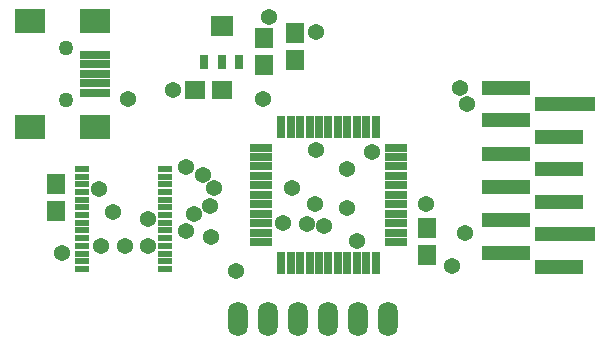
<source format=gts>
%FSLAX23Y23*%
%MOMM*%
G04 EasyPC Gerber Version 16.0.6 Build 3249 *
%ADD109O,1.67640X2.94640*%
%ADD102R,0.65240X1.95240*%
%ADD107R,0.70240X1.25240*%
%ADD105R,1.54940X1.67640*%
%ADD100C,1.25560*%
%ADD110C,1.37160*%
%ADD97R,1.15240X0.55240*%
%ADD101R,1.95240X0.65240*%
%ADD98R,2.65240X0.65240*%
%ADD103R,4.15240X1.15240*%
%ADD104R,5.15240X1.15240*%
%ADD106R,1.67640X1.54940*%
%ADD108R,1.85240X1.70240*%
%ADD99R,2.65240X2.15240*%
X0Y0D02*
D02*
D97*
X444033Y449778D03*
Y450428D03*
Y451078D03*
Y451728D03*
Y452378D03*
Y453028D03*
Y453678D03*
Y454328D03*
Y454978D03*
Y455628D03*
Y456278D03*
Y456928D03*
Y457578D03*
Y458228D03*
X451133Y449778D03*
Y450428D03*
Y451078D03*
Y451728D03*
Y452378D03*
Y453028D03*
Y453678D03*
Y454328D03*
Y454978D03*
Y455628D03*
Y456278D03*
Y456928D03*
Y457578D03*
Y458228D03*
D02*
D98*
X445183Y464703D03*
Y465503D03*
Y466303D03*
Y467103D03*
Y467903D03*
D02*
D99*
X439683Y461803D03*
Y470803D03*
X445183Y461803D03*
Y470803D03*
D02*
D100*
X442683Y464103D03*
Y468503D03*
D02*
D101*
X459183Y452053D03*
Y452853D03*
Y453653D03*
Y454453D03*
Y455253D03*
Y456053D03*
Y456853D03*
Y457653D03*
Y458453D03*
Y459253D03*
Y460053D03*
X470683Y452053D03*
Y452853D03*
Y453653D03*
Y454453D03*
Y455253D03*
Y456053D03*
Y456853D03*
Y457653D03*
Y458453D03*
Y459253D03*
Y460053D03*
D02*
D102*
X460933Y450303D03*
Y461803D03*
X461733Y450303D03*
Y461803D03*
X462533Y450303D03*
Y461803D03*
X463333Y450303D03*
Y461803D03*
X464133Y450303D03*
Y461803D03*
X464933Y450303D03*
Y461803D03*
X465733Y450303D03*
Y461803D03*
X466533Y450303D03*
Y461803D03*
X467333Y450303D03*
Y461803D03*
X468133Y450303D03*
Y461803D03*
X468933Y450303D03*
Y461803D03*
D02*
D103*
X479983Y451103D03*
Y453903D03*
Y456703D03*
Y459503D03*
Y462403D03*
Y465103D03*
X484483Y449953D03*
Y455453D03*
Y458203D03*
Y460953D03*
D02*
D104*
X484983Y452703D03*
Y463703D03*
D02*
D105*
X441883Y454660D03*
Y456946D03*
X459483Y467060D03*
Y469346D03*
X462083Y467460D03*
Y469746D03*
X473283Y450960D03*
Y453246D03*
D02*
D106*
X453640Y464903D03*
X455926D03*
D02*
D107*
X454383Y467265D03*
X455883D03*
X457383D03*
D02*
D108*
X455883Y470340D03*
D02*
D109*
X457283Y445503D03*
X459823D03*
X462363D03*
X464903D03*
X467443D03*
X469983D03*
D02*
D110*
X442383Y451103D03*
X445483Y456503D03*
X445683Y451703D03*
X446683Y454603D03*
X447683Y451703D03*
X447983Y464203D03*
X449683Y451703D03*
Y454003D03*
X451783Y464903D03*
X452883Y453003D03*
Y458403D03*
X453583Y454403D03*
X454283Y457703D03*
X454883Y455103D03*
X454983Y452503D03*
X455283Y456603D03*
X457083Y449603D03*
X459383Y464203D03*
X459883Y471103D03*
X461083Y453703D03*
X461883Y456603D03*
X463083Y453603D03*
X463783Y455303D03*
X463883Y459803D03*
Y469803D03*
X464583Y453403D03*
X466483Y454903D03*
Y458203D03*
X467383Y452103D03*
X468583Y459703D03*
X473183Y455303D03*
X475383Y450003D03*
X476083Y465103D03*
X476483Y452803D03*
X476683Y463703D03*
X0Y0D02*
M02*

</source>
